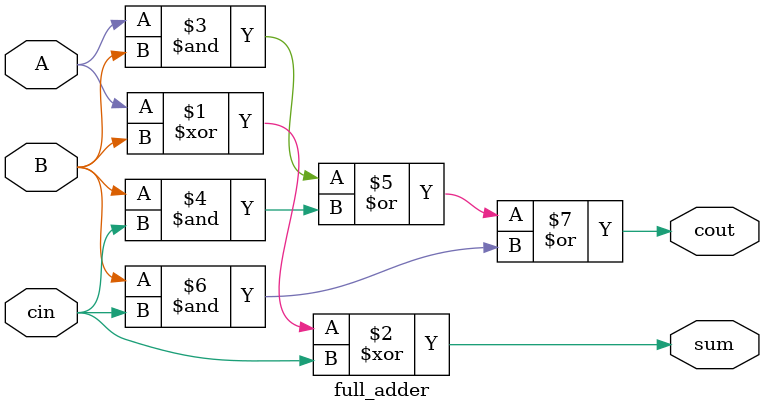
<source format=v>
/*--  *******************************************************
  --  Computer Architecture Course, Laboratory Sources 
  --  Amirkabir University of Technology (Tehran Polytechnic)
  --  Department of Computer Engineering (CE-AUT)
  --  https://ce[dot]aut[dot]ac[dot]ir
  --  *******************************************************
  --  All Rights reserved (C) 2021-2022
  --  *******************************************************
  --  Student ID  : 993154 & 9931066
  --  Student Name: Manni Moghimi & Amirhossein Iravanimanesh
  --  Student Mail: 
  --  *******************************************************
  --  Additional Comments:
  --
  --*/

/*-----------------------------------------------------------
  ---  Module Name: full_adder
  -----------------------------------------------------------*/
`timescale 1 ns/1 ns
module full_adder(
	A,
	B,
	cin,
	sum,
	cout);
	input A ;
	input B ;
	input cin ;
	output sum ;
	output cout ;
	
	assign sum = A ^ B ^ cin ;
	assign cout = (A & B) | (B & cin) | (B & cin) ;
endmodule

</source>
